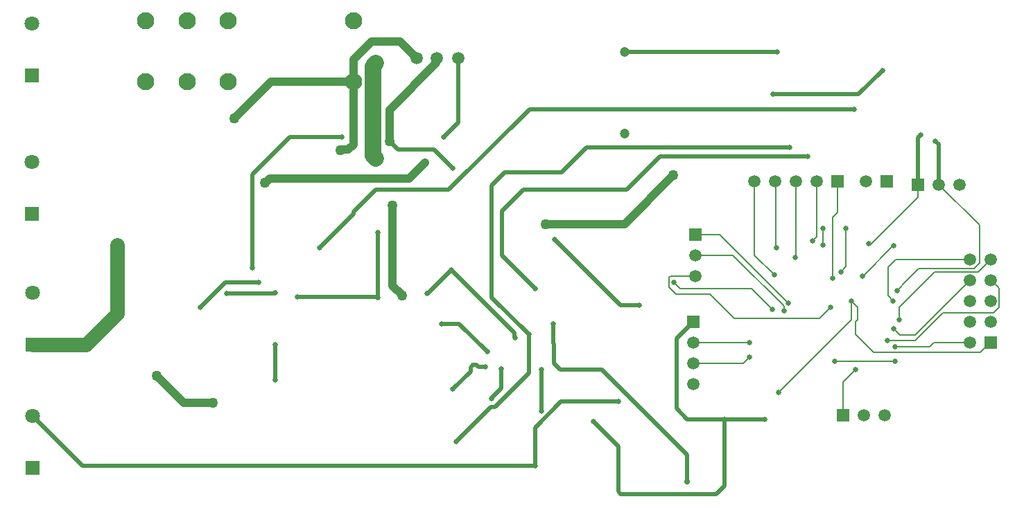
<source format=gbl>
G04*
G04 #@! TF.GenerationSoftware,Altium Limited,Altium Designer,23.4.1 (23)*
G04*
G04 Layer_Physical_Order=2*
G04 Layer_Color=16711680*
%FSLAX44Y44*%
%MOMM*%
G71*
G04*
G04 #@! TF.SameCoordinates,80FF149A-008E-4E34-88B8-DC70BB772429*
G04*
G04*
G04 #@! TF.FilePolarity,Positive*
G04*
G01*
G75*
%ADD17C,0.2032*%
%ADD60C,0.5080*%
%ADD61C,2.0320*%
%ADD63C,1.0160*%
%ADD64C,1.7780*%
%ADD65C,1.5190*%
%ADD66R,1.8000X1.8000*%
%ADD67C,1.8000*%
%ADD68C,1.2000*%
%ADD69C,1.5000*%
%ADD70R,1.5000X1.5000*%
%ADD71R,1.5000X1.5000*%
%ADD72C,2.1000*%
%ADD73C,0.6350*%
%ADD74C,1.2700*%
%ADD75C,0.7112*%
D17*
X1128522Y217424D02*
X1136142Y209804D01*
X1154684D01*
X1120902Y202692D02*
X1154684D01*
X1188720Y236728D01*
X994664Y239014D02*
Y245364D01*
X915924Y332740D02*
X1000183Y248481D01*
X1035050Y330200D02*
Y397510D01*
X1029970Y325120D02*
X1035050Y330200D01*
X1144870Y276190D02*
Y276190D01*
X1159510Y290830D02*
X1226820D01*
X1144870Y276190D02*
X1159510Y290830D01*
X1132840Y264160D02*
X1144870Y276190D01*
X1231900Y287020D02*
X1247140Y302260D01*
X1135380Y243332D02*
X1179068Y287020D01*
X1231900D01*
X1226820Y290830D02*
X1233424Y297434D01*
Y343916D01*
X1098550Y321310D02*
X1098994Y320866D01*
X1100646D01*
X1158240Y378460D01*
Y393700D01*
X1090930Y281940D02*
X1091465D01*
X1128241Y318717D01*
X1128776D01*
X1042670Y320040D02*
Y340360D01*
X1070356Y293116D02*
Y339598D01*
X1064260Y287020D02*
X1070356Y293116D01*
X1054100Y279400D02*
Y353314D01*
X1060450Y359664D01*
X958850Y307340D02*
Y397510D01*
Y307340D02*
X982980Y283210D01*
X984250Y397510D02*
X984885Y396875D01*
Y316865D02*
X985520Y316230D01*
X984885Y316865D02*
Y396875D01*
X1009015D02*
X1009650Y397510D01*
X1009015Y305435D02*
Y396875D01*
X1008380Y304800D02*
X1009015Y305435D01*
X883920Y175260D02*
X944880D01*
X952500Y182880D01*
X883920Y200660D02*
X952500D01*
X1056640Y177800D02*
X1130300D01*
X1177803Y200660D02*
X1221740D01*
X1172723Y195580D02*
X1177803Y200660D01*
X1130300Y195580D02*
X1172723D01*
X1154684Y209804D02*
X1221740Y276860D01*
X1135380Y228600D02*
Y243332D01*
X1121664Y257556D02*
X1127760Y251460D01*
X1121664Y257556D02*
Y292354D01*
X1131570Y302260D01*
X1221740D01*
X1183640Y393700D02*
X1233424Y343916D01*
X1060450Y359664D02*
Y397510D01*
X1034415Y396875D02*
X1035050Y397510D01*
X860044Y274320D02*
X867664Y266700D01*
X955040D01*
X980440Y241300D01*
X886460Y332740D02*
X915924D01*
X932688Y307340D02*
X994664Y245364D01*
X886460Y307340D02*
X932688D01*
X856488Y281940D02*
X886460D01*
X854456Y279908D02*
X856488Y281940D01*
X854456Y267970D02*
Y279908D01*
Y267970D02*
X862838Y259588D01*
X904240D01*
X933704Y230124D01*
X1037844D01*
X1051560Y243840D01*
X1066800Y111760D02*
Y152400D01*
X1082040Y167640D01*
X988060Y139700D02*
X1076960Y228600D01*
Y251460D01*
X1084580Y243840D01*
Y228016D02*
Y243840D01*
X1082040Y225476D02*
X1084580Y228016D01*
X1082040Y210820D02*
Y225476D01*
Y210820D02*
X1104392Y188468D01*
X1234948D01*
X1247140Y200660D01*
X1188720Y236728D02*
X1250696D01*
X1257046Y243078D01*
Y266954D01*
X1247140Y276860D02*
X1257046Y266954D01*
D60*
X1085850Y504190D02*
X1115060Y533400D01*
X981710Y504190D02*
X1085850D01*
X594868Y79248D02*
X636791Y121171D01*
X641871D01*
X683551Y162851D01*
X314452Y260096D02*
X371512D01*
X373036Y261620D01*
X373380D01*
X400965Y255931D02*
X497598D01*
X498258Y255270D01*
X77470Y110490D02*
X138430Y49530D01*
X690626D01*
Y96520D02*
X722376Y128270D01*
X690626Y49530D02*
Y96520D01*
X498258Y255270D02*
X498602D01*
X588518Y289306D02*
X665999Y211825D01*
X559435Y260350D02*
X588391Y289306D01*
X588518D01*
X559308Y260350D02*
X559435D01*
X665999Y206237D02*
Y211825D01*
Y206237D02*
X666242Y205994D01*
X800100Y556260D02*
X986536D01*
X637540Y255524D02*
X683006Y210058D01*
X637540Y255524D02*
Y392430D01*
X683006Y186555D02*
Y210058D01*
Y186555D02*
X683551Y186010D01*
Y162851D02*
Y186010D01*
X712724Y199599D02*
Y223012D01*
Y199599D02*
X713740Y198583D01*
Y175260D02*
Y198583D01*
Y175260D02*
X721360Y167640D01*
X637540Y132424D02*
X649224Y144108D01*
Y167894D01*
X615188Y173228D02*
X619396D01*
X621947Y170677D02*
X629931D01*
X619396Y173228D02*
X621947Y170677D01*
X629931D02*
X630174Y170434D01*
X611897Y169937D02*
X615188Y173228D01*
X611897Y164857D02*
Y169937D01*
X590550Y143510D02*
X611897Y164857D01*
X576580Y223520D02*
X598170D01*
X632460Y189230D01*
X469306Y360247D02*
X496410Y387350D01*
X585470D02*
X684022Y485902D01*
X496410Y387350D02*
X585470D01*
X345440Y406400D02*
X391160Y452120D01*
X454660D01*
X513080Y447040D02*
X523240Y436880D01*
X567690D02*
X590550Y414020D01*
X523240Y436880D02*
X567690D01*
X1158240Y393700D02*
Y450506D01*
X1162050Y454316D01*
Y454660D01*
X1183640Y393700D02*
Y442886D01*
X1179830Y446696D02*
X1183640Y442886D01*
X1179830Y446696D02*
Y447040D01*
X498602Y255270D02*
Y334428D01*
X499110Y334936D01*
Y335280D01*
X795020Y246380D02*
X817880D01*
X715010Y326390D02*
X795020Y246380D01*
X427990Y316230D02*
X469306Y357547D01*
Y360247D01*
X922020Y106680D02*
X971550D01*
X637540Y132080D02*
Y132424D01*
X698500Y116840D02*
Y167640D01*
X922020Y25400D02*
Y106680D01*
X792480Y18216D02*
Y73660D01*
Y18216D02*
X795456Y15240D01*
X911860D01*
X922020Y25400D01*
X762000Y104140D02*
X792480Y73660D01*
X863600Y119816D02*
X876736Y106680D01*
X921676D01*
X863600Y119816D02*
Y205740D01*
X883920Y226060D01*
X373380Y154940D02*
Y198120D01*
X312420Y274320D02*
X353060D01*
X281940Y243840D02*
X312420Y274320D01*
X345440Y292100D02*
Y406400D01*
X596900Y469900D02*
Y548640D01*
X579120Y452120D02*
X596900Y469900D01*
X684022Y485902D02*
X1080262D01*
X721360Y167640D02*
X772160D01*
X876300Y30480D02*
Y63500D01*
X772160Y167640D02*
X876300Y63500D01*
X637540Y392430D02*
X653796Y408686D01*
X650240Y307340D02*
X690880Y266700D01*
X650240Y307340D02*
Y361188D01*
X722376Y128270D02*
X792988D01*
X650240Y361188D02*
X676402Y387350D01*
X802640D01*
X843026Y427736D01*
X1023366D01*
X653796Y408686D02*
X722884D01*
X753618Y439420D01*
X1001776D01*
D61*
X492760Y429260D02*
X496570Y425450D01*
X492760Y538480D02*
X496570Y542290D01*
X492760Y429260D02*
Y538480D01*
D63*
X468830Y519360D02*
Y546300D01*
X525580Y568960D02*
X545900Y548640D01*
X468830Y546300D02*
X491490Y568960D01*
X525580D01*
X537210Y401320D02*
X556260Y420370D01*
X366447Y401320D02*
X537210D01*
X360680Y396240D02*
X361367D01*
X366447Y401320D01*
X468830Y442286D02*
Y519360D01*
X462640Y436096D02*
X468830Y442286D01*
X453876Y436096D02*
X462640D01*
X453390Y435610D02*
X453876Y436096D01*
X368230Y519360D02*
X468830D01*
X516890Y269927D02*
Y368300D01*
Y269927D02*
X528320Y258497D01*
Y257810D02*
Y258497D01*
X703580Y345440D02*
X800100D01*
X859790Y405130D01*
X323850Y474980D02*
X368230Y519360D01*
X569938Y547678D02*
X570900Y548640D01*
X569938Y541998D02*
Y547678D01*
X513080Y485140D02*
X569938Y541998D01*
X513080Y447040D02*
Y485140D01*
X261620Y127000D02*
X297180D01*
X228600Y160020D02*
X261620Y127000D01*
D64*
X77470Y198120D02*
X142240D01*
X180340Y236220D01*
Y320040D01*
D65*
X545900Y548640D02*
D03*
X570900D02*
D03*
X596900D02*
D03*
D66*
X77470Y46990D02*
D03*
X76200Y527050D02*
D03*
Y358140D02*
D03*
X77470Y198120D02*
D03*
D67*
Y110490D02*
D03*
X76200Y590550D02*
D03*
Y421640D02*
D03*
X77470Y261620D02*
D03*
D68*
X800100Y556260D02*
D03*
Y456260D02*
D03*
D69*
X886460Y281940D02*
D03*
Y307340D02*
D03*
X1094740Y397510D02*
D03*
X883920Y200660D02*
D03*
Y175260D02*
D03*
Y149860D02*
D03*
X1209040Y393700D02*
D03*
X1183640D02*
D03*
X1035050Y397510D02*
D03*
X1009650D02*
D03*
X984250D02*
D03*
X958850D02*
D03*
X1117600Y111760D02*
D03*
X1092200D02*
D03*
X1221740Y200660D02*
D03*
X1247140Y226060D02*
D03*
X1221740D02*
D03*
X1247140Y251460D02*
D03*
X1221740D02*
D03*
X1247140Y276860D02*
D03*
X1221740D02*
D03*
X1247140Y302260D02*
D03*
X1221740D02*
D03*
D70*
X886460Y332740D02*
D03*
X883920Y226060D02*
D03*
X1247140Y200660D02*
D03*
D71*
X1120140Y397510D02*
D03*
X1158240Y393700D02*
D03*
X1060450Y397510D02*
D03*
X1066800Y111760D02*
D03*
D72*
X215430Y594360D02*
D03*
Y519360D02*
D03*
X468830Y594360D02*
D03*
X316230D02*
D03*
X265830D02*
D03*
Y519360D02*
D03*
X316230D02*
D03*
X468830D02*
D03*
D73*
X1128522Y217424D02*
D03*
X594868Y79248D02*
D03*
X314452Y260096D02*
D03*
X400965Y255931D02*
D03*
X1120902Y202692D02*
D03*
X690626Y49530D02*
D03*
X588518Y289306D02*
D03*
X559308Y260350D02*
D03*
X986536Y556260D02*
D03*
X666242Y205994D02*
D03*
X683006Y210058D02*
D03*
X712724Y223012D02*
D03*
X649224Y167894D02*
D03*
X630174Y170434D02*
D03*
X994664Y239014D02*
D03*
X1000252Y248412D02*
D03*
X632460Y189230D02*
D03*
X576580Y223520D02*
D03*
X1029970Y325120D02*
D03*
X454660Y452120D02*
D03*
X556260Y420370D02*
D03*
X1098550Y321310D02*
D03*
X1090930Y281940D02*
D03*
X1162050Y454660D02*
D03*
X1179830Y447040D02*
D03*
X1115060Y533400D02*
D03*
X499110Y335280D02*
D03*
X715010Y326390D02*
D03*
X817880Y246380D02*
D03*
X590550Y414020D02*
D03*
X427990Y316230D02*
D03*
X590550Y143510D02*
D03*
X971550Y106680D02*
D03*
X981710Y504190D02*
D03*
X1042670Y320040D02*
D03*
X1064260Y287020D02*
D03*
X1054100Y279400D02*
D03*
X1042670Y340360D02*
D03*
X982980Y283210D02*
D03*
X985520Y316230D02*
D03*
X1008380Y304800D02*
D03*
X637540Y132080D02*
D03*
X698500Y167640D02*
D03*
Y116840D02*
D03*
X762000Y104140D02*
D03*
X952500Y182880D02*
D03*
X922020Y106680D02*
D03*
X373380Y154940D02*
D03*
Y198120D02*
D03*
X281940Y243840D02*
D03*
X353060Y274320D02*
D03*
X373380Y261620D02*
D03*
X345440Y292100D02*
D03*
X579120Y452120D02*
D03*
X952500Y200660D02*
D03*
X1130300Y177800D02*
D03*
X1056640D02*
D03*
X1130300Y195580D02*
D03*
X690880Y266700D02*
D03*
X498602Y255270D02*
D03*
X792988Y128270D02*
D03*
X1070356Y339598D02*
D03*
X1080262Y485902D02*
D03*
X1135380Y228600D02*
D03*
X1127760Y251460D02*
D03*
X1128776Y318717D02*
D03*
X1132840Y264160D02*
D03*
X860044Y274320D02*
D03*
X980440Y241300D02*
D03*
X1051560Y243840D02*
D03*
X1082040Y167640D02*
D03*
X988060Y139700D02*
D03*
X1076960Y251460D02*
D03*
X1023366Y427736D02*
D03*
X1001776Y439420D02*
D03*
D74*
X496570Y542290D02*
D03*
Y425450D02*
D03*
X453390Y435610D02*
D03*
X516890Y368300D02*
D03*
X859790Y405130D02*
D03*
X703580Y345440D02*
D03*
X528320Y257810D02*
D03*
X360680Y396240D02*
D03*
X323850Y474980D02*
D03*
X513080Y447040D02*
D03*
X297180Y127000D02*
D03*
X228600Y160020D02*
D03*
X180340Y320040D02*
D03*
D75*
X876300Y30480D02*
D03*
M02*

</source>
